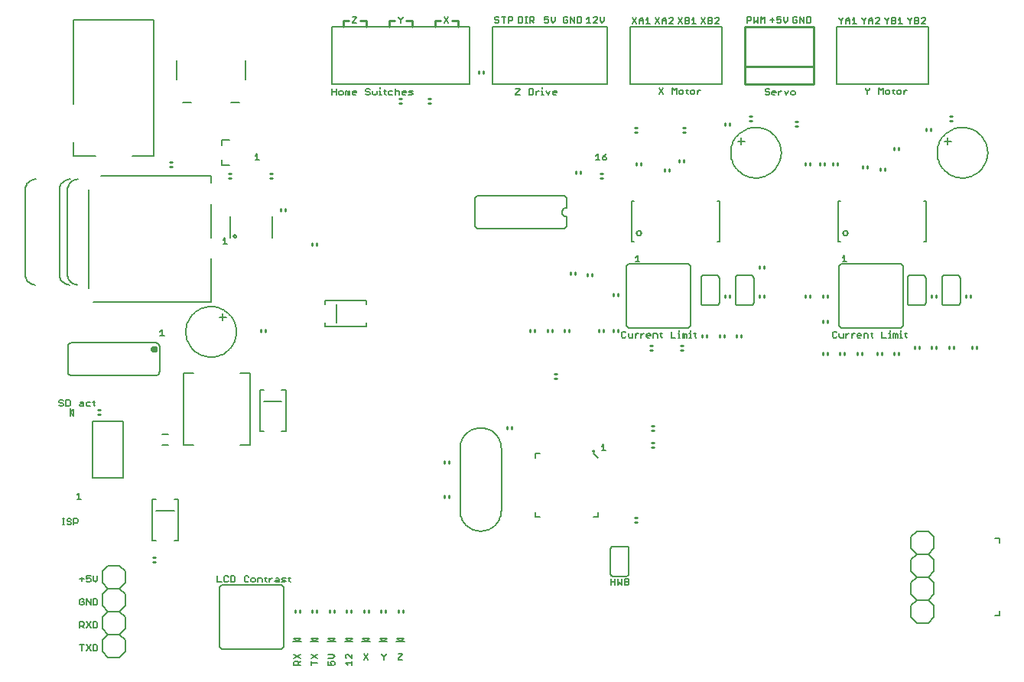
<source format=gto>
G75*
G70*
%OFA0B0*%
%FSLAX24Y24*%
%IPPOS*%
%LPD*%
%AMOC8*
5,1,8,0,0,1.08239X$1,22.5*
%
%ADD10C,0.0050*%
%ADD11C,0.0100*%
%ADD12C,0.0060*%
%ADD13C,0.0080*%
%ADD14C,0.0070*%
%ADD15C,0.0150*%
D10*
X002602Y001455D02*
X002602Y001725D01*
X002512Y001725D02*
X002692Y001725D01*
X002807Y001725D02*
X002987Y001455D01*
X003101Y001455D02*
X003236Y001455D01*
X003281Y001500D01*
X003281Y001680D01*
X003236Y001725D01*
X003101Y001725D01*
X003101Y001455D01*
X002987Y001725D02*
X002807Y001455D01*
X002807Y002455D02*
X002987Y002725D01*
X003101Y002725D02*
X003236Y002725D01*
X003281Y002680D01*
X003281Y002500D01*
X003236Y002455D01*
X003101Y002455D01*
X003101Y002725D01*
X002987Y002455D02*
X002807Y002725D01*
X002692Y002680D02*
X002692Y002590D01*
X002647Y002545D01*
X002512Y002545D01*
X002602Y002545D02*
X002692Y002455D01*
X002512Y002455D02*
X002512Y002725D01*
X002647Y002725D01*
X002692Y002680D01*
X002647Y003455D02*
X002692Y003500D01*
X002692Y003590D01*
X002602Y003590D01*
X002512Y003680D02*
X002512Y003500D01*
X002557Y003455D01*
X002647Y003455D01*
X002807Y003455D02*
X002807Y003725D01*
X002987Y003455D01*
X002987Y003725D01*
X003101Y003725D02*
X003236Y003725D01*
X003281Y003680D01*
X003281Y003500D01*
X003236Y003455D01*
X003101Y003455D01*
X003101Y003725D01*
X002692Y003680D02*
X002647Y003725D01*
X002557Y003725D01*
X002512Y003680D01*
X002852Y004455D02*
X002807Y004500D01*
X002852Y004455D02*
X002942Y004455D01*
X002987Y004500D01*
X002987Y004590D01*
X002942Y004635D01*
X002897Y004635D01*
X002807Y004590D01*
X002807Y004725D01*
X002987Y004725D01*
X003101Y004725D02*
X003101Y004545D01*
X003191Y004455D01*
X003281Y004545D01*
X003281Y004725D01*
X002692Y004590D02*
X002512Y004590D01*
X002602Y004680D02*
X002602Y004500D01*
X002253Y006955D02*
X002253Y007225D01*
X002388Y007225D01*
X002433Y007180D01*
X002433Y007090D01*
X002388Y007045D01*
X002253Y007045D01*
X002138Y007045D02*
X002138Y007000D01*
X002093Y006955D01*
X002003Y006955D01*
X001958Y007000D01*
X002003Y007090D02*
X002093Y007090D01*
X002138Y007045D01*
X002138Y007180D02*
X002093Y007225D01*
X002003Y007225D01*
X001958Y007180D01*
X001958Y007135D01*
X002003Y007090D01*
X001852Y006955D02*
X001762Y006955D01*
X001807Y006955D02*
X001807Y007225D01*
X001762Y007225D02*
X001852Y007225D01*
X002387Y008080D02*
X002567Y008080D01*
X002477Y008080D02*
X002477Y008350D01*
X002387Y008260D01*
X007050Y010424D02*
X007483Y010424D01*
X007050Y010424D02*
X007050Y013574D01*
X007483Y013574D01*
X009491Y013574D02*
X009924Y013574D01*
X009924Y010424D01*
X009491Y010424D01*
X003175Y012138D02*
X003130Y012183D01*
X003130Y012363D01*
X003085Y012318D02*
X003175Y012318D01*
X002971Y012318D02*
X002836Y012318D01*
X002790Y012273D01*
X002790Y012183D01*
X002836Y012138D01*
X002971Y012138D01*
X002676Y012138D02*
X002676Y012273D01*
X002631Y012318D01*
X002541Y012318D01*
X002541Y012228D02*
X002676Y012228D01*
X002676Y012138D02*
X002541Y012138D01*
X002496Y012183D01*
X002541Y012228D01*
X002087Y012183D02*
X002087Y012363D01*
X002042Y012408D01*
X001907Y012408D01*
X001907Y012138D01*
X002042Y012138D01*
X002087Y012183D01*
X001792Y012183D02*
X001747Y012138D01*
X001657Y012138D01*
X001612Y012183D01*
X001657Y012273D02*
X001747Y012273D01*
X001792Y012228D01*
X001792Y012183D01*
X001657Y012273D02*
X001612Y012318D01*
X001612Y012363D01*
X001657Y012408D01*
X001747Y012408D01*
X001792Y012363D01*
X006012Y015205D02*
X006192Y015205D01*
X006102Y015205D02*
X006102Y015475D01*
X006012Y015385D01*
X008221Y016668D02*
X008221Y018555D01*
X008762Y019205D02*
X008942Y019205D01*
X008852Y019205D02*
X008852Y019475D01*
X008762Y019385D01*
X008221Y019481D02*
X008221Y020930D01*
X008221Y021856D02*
X008221Y022180D01*
X003427Y022180D01*
X002906Y021573D02*
X002906Y017254D01*
X003089Y016668D02*
X008221Y016668D01*
X002410Y017417D02*
X002369Y017422D01*
X002328Y017431D01*
X002289Y017443D01*
X002250Y017459D01*
X002214Y017478D01*
X002179Y017500D01*
X002146Y017525D01*
X002115Y017552D01*
X002087Y017583D01*
X002062Y017616D01*
X002039Y017650D01*
X002020Y017687D01*
X002004Y017725D01*
X001992Y017764D01*
X001983Y017805D01*
X001977Y017846D01*
X001975Y017887D01*
X001977Y017928D01*
X001977Y021550D01*
X001623Y021550D02*
X001625Y021591D01*
X001630Y021632D01*
X001639Y021672D01*
X001651Y021711D01*
X001667Y021749D01*
X001686Y021786D01*
X001708Y021821D01*
X001733Y021853D01*
X001761Y021884D01*
X001792Y021912D01*
X001824Y021937D01*
X001859Y021959D01*
X001896Y021978D01*
X001934Y021994D01*
X001973Y022006D01*
X002013Y022015D01*
X002054Y022020D01*
X002095Y022022D01*
X002449Y022022D02*
X002408Y022020D01*
X002367Y022015D01*
X002327Y022006D01*
X002288Y021994D01*
X002250Y021978D01*
X002213Y021959D01*
X002178Y021937D01*
X002146Y021912D01*
X002115Y021884D01*
X002087Y021853D01*
X002062Y021821D01*
X002040Y021786D01*
X002021Y021749D01*
X002005Y021711D01*
X001993Y021672D01*
X001984Y021632D01*
X001979Y021591D01*
X001977Y021550D01*
X001623Y021550D02*
X001623Y017928D01*
X001621Y017887D01*
X001623Y017846D01*
X001629Y017805D01*
X001638Y017764D01*
X001650Y017725D01*
X001666Y017687D01*
X001685Y017650D01*
X001708Y017616D01*
X001733Y017583D01*
X001761Y017552D01*
X001792Y017525D01*
X001825Y017500D01*
X001860Y017478D01*
X001896Y017459D01*
X001935Y017443D01*
X001974Y017431D01*
X002015Y017422D01*
X002056Y017417D01*
X000560Y017417D02*
X000519Y017422D01*
X000478Y017431D01*
X000439Y017443D01*
X000400Y017459D01*
X000364Y017478D01*
X000329Y017500D01*
X000296Y017525D01*
X000265Y017552D01*
X000237Y017583D01*
X000212Y017616D01*
X000189Y017650D01*
X000170Y017687D01*
X000154Y017725D01*
X000142Y017764D01*
X000133Y017805D01*
X000127Y017846D01*
X000125Y017887D01*
X000127Y017928D01*
X000127Y021550D01*
X000129Y021591D01*
X000134Y021632D01*
X000143Y021672D01*
X000155Y021711D01*
X000171Y021749D01*
X000190Y021786D01*
X000212Y021821D01*
X000237Y021853D01*
X000265Y021884D01*
X000296Y021912D01*
X000328Y021937D01*
X000363Y021959D01*
X000400Y021978D01*
X000438Y021994D01*
X000477Y022006D01*
X000517Y022015D01*
X000558Y022020D01*
X000599Y022022D01*
X002237Y023030D02*
X003187Y023030D01*
X002237Y023030D02*
X002237Y023643D01*
X002237Y025318D02*
X002237Y028980D01*
X005737Y028980D01*
X005737Y023030D01*
X004787Y023030D01*
X010162Y023035D02*
X010252Y023125D01*
X010252Y022855D01*
X010162Y022855D02*
X010342Y022855D01*
X013512Y025705D02*
X013512Y025975D01*
X013512Y025840D02*
X013692Y025840D01*
X013807Y025840D02*
X013807Y025750D01*
X013852Y025705D01*
X013942Y025705D01*
X013987Y025750D01*
X013987Y025840D01*
X013942Y025885D01*
X013852Y025885D01*
X013807Y025840D01*
X013692Y025975D02*
X013692Y025705D01*
X014101Y025705D02*
X014101Y025885D01*
X014146Y025885D01*
X014191Y025840D01*
X014236Y025885D01*
X014281Y025840D01*
X014281Y025705D01*
X014191Y025705D02*
X014191Y025840D01*
X014396Y025840D02*
X014441Y025885D01*
X014531Y025885D01*
X014576Y025840D01*
X014576Y025795D01*
X014396Y025795D01*
X014396Y025750D02*
X014396Y025840D01*
X014396Y025750D02*
X014441Y025705D01*
X014531Y025705D01*
X014985Y025750D02*
X015030Y025705D01*
X015120Y025705D01*
X015165Y025750D01*
X015165Y025795D01*
X015120Y025840D01*
X015030Y025840D01*
X014985Y025885D01*
X014985Y025930D01*
X015030Y025975D01*
X015120Y025975D01*
X015165Y025930D01*
X015280Y025885D02*
X015280Y025750D01*
X015325Y025705D01*
X015370Y025750D01*
X015415Y025705D01*
X015460Y025750D01*
X015460Y025885D01*
X015574Y025885D02*
X015619Y025885D01*
X015619Y025705D01*
X015574Y025705D02*
X015665Y025705D01*
X015816Y025750D02*
X015861Y025705D01*
X015816Y025750D02*
X015816Y025930D01*
X015771Y025885D02*
X015861Y025885D01*
X015967Y025840D02*
X015967Y025750D01*
X016012Y025705D01*
X016147Y025705D01*
X016262Y025705D02*
X016262Y025975D01*
X016307Y025885D02*
X016397Y025885D01*
X016442Y025840D01*
X016442Y025705D01*
X016557Y025750D02*
X016557Y025840D01*
X016602Y025885D01*
X016692Y025885D01*
X016737Y025840D01*
X016737Y025795D01*
X016557Y025795D01*
X016557Y025750D02*
X016602Y025705D01*
X016692Y025705D01*
X016851Y025705D02*
X016986Y025705D01*
X017031Y025750D01*
X016986Y025795D01*
X016896Y025795D01*
X016851Y025840D01*
X016896Y025885D01*
X017031Y025885D01*
X016307Y025885D02*
X016262Y025840D01*
X016147Y025885D02*
X016012Y025885D01*
X015967Y025840D01*
X015619Y025975D02*
X015619Y026020D01*
X013487Y026180D02*
X019487Y026180D01*
X019487Y028680D01*
X013487Y028680D01*
X013487Y026180D01*
X014387Y028830D02*
X014567Y028830D01*
X014387Y028830D02*
X014387Y028875D01*
X014567Y029055D01*
X014567Y029100D01*
X014387Y029100D01*
X016418Y029100D02*
X016418Y029055D01*
X016508Y028965D01*
X016508Y028830D01*
X016508Y028965D02*
X016598Y029055D01*
X016598Y029100D01*
X018387Y029100D02*
X018567Y028830D01*
X018387Y028830D02*
X018567Y029100D01*
X020487Y028680D02*
X020487Y026180D01*
X025487Y026180D01*
X025487Y028680D01*
X020487Y028680D01*
X020651Y028830D02*
X020606Y028875D01*
X020651Y028830D02*
X020741Y028830D01*
X020786Y028875D01*
X020786Y028920D01*
X020741Y028965D01*
X020651Y028965D01*
X020606Y029010D01*
X020606Y029055D01*
X020651Y029100D01*
X020741Y029100D01*
X020786Y029055D01*
X020900Y029100D02*
X021080Y029100D01*
X020990Y029100D02*
X020990Y028830D01*
X021195Y028830D02*
X021195Y029100D01*
X021330Y029100D01*
X021375Y029055D01*
X021375Y028965D01*
X021330Y028920D01*
X021195Y028920D01*
X021637Y028830D02*
X021637Y029100D01*
X021772Y029100D01*
X021817Y029055D01*
X021817Y028875D01*
X021772Y028830D01*
X021637Y028830D01*
X021932Y028830D02*
X022022Y028830D01*
X021977Y028830D02*
X021977Y029100D01*
X021932Y029100D02*
X022022Y029100D01*
X022128Y029100D02*
X022263Y029100D01*
X022308Y029055D01*
X022308Y028965D01*
X022263Y028920D01*
X022128Y028920D01*
X022128Y028830D02*
X022128Y029100D01*
X022218Y028920D02*
X022308Y028830D01*
X022762Y028875D02*
X022807Y028830D01*
X022897Y028830D01*
X022942Y028875D01*
X022942Y028965D01*
X022897Y029010D01*
X022852Y029010D01*
X022762Y028965D01*
X022762Y029100D01*
X022942Y029100D01*
X023057Y029100D02*
X023057Y028920D01*
X023147Y028830D01*
X023237Y028920D01*
X023237Y029100D01*
X023606Y029055D02*
X023606Y028875D01*
X023651Y028830D01*
X023741Y028830D01*
X023786Y028875D01*
X023786Y028965D01*
X023696Y028965D01*
X023786Y029055D02*
X023741Y029100D01*
X023651Y029100D01*
X023606Y029055D01*
X023900Y029100D02*
X024080Y028830D01*
X024080Y029100D01*
X024195Y029100D02*
X024330Y029100D01*
X024375Y029055D01*
X024375Y028875D01*
X024330Y028830D01*
X024195Y028830D01*
X024195Y029100D01*
X023900Y029100D02*
X023900Y028830D01*
X024606Y028830D02*
X024786Y028830D01*
X024696Y028830D02*
X024696Y029100D01*
X024606Y029010D01*
X024900Y029055D02*
X024945Y029100D01*
X025035Y029100D01*
X025080Y029055D01*
X025080Y029010D01*
X024900Y028830D01*
X025080Y028830D01*
X025195Y028920D02*
X025285Y028830D01*
X025375Y028920D01*
X025375Y029100D01*
X025195Y029100D02*
X025195Y028920D01*
X026487Y028680D02*
X026487Y026180D01*
X030487Y026180D01*
X030487Y028680D01*
X026487Y028680D01*
X026606Y028799D02*
X026786Y029069D01*
X026900Y028979D02*
X026990Y029069D01*
X027080Y028979D01*
X027080Y028799D01*
X027195Y028799D02*
X027375Y028799D01*
X027285Y028799D02*
X027285Y029069D01*
X027195Y028979D01*
X027080Y028934D02*
X026900Y028934D01*
X026900Y028979D02*
X026900Y028799D01*
X026786Y028799D02*
X026606Y029069D01*
X027606Y029069D02*
X027786Y028799D01*
X027900Y028799D02*
X027900Y028979D01*
X027990Y029069D01*
X028080Y028979D01*
X028080Y028799D01*
X028195Y028799D02*
X028375Y028979D01*
X028375Y029024D01*
X028330Y029069D01*
X028240Y029069D01*
X028195Y029024D01*
X028080Y028934D02*
X027900Y028934D01*
X027786Y029069D02*
X027606Y028799D01*
X028195Y028799D02*
X028375Y028799D01*
X028606Y028799D02*
X028786Y029069D01*
X028900Y029069D02*
X029035Y029069D01*
X029080Y029024D01*
X029080Y028979D01*
X029035Y028934D01*
X028900Y028934D01*
X028900Y028799D02*
X028900Y029069D01*
X029035Y028934D02*
X029080Y028889D01*
X029080Y028844D01*
X029035Y028799D01*
X028900Y028799D01*
X028786Y028799D02*
X028606Y029069D01*
X029195Y028979D02*
X029285Y029069D01*
X029285Y028799D01*
X029195Y028799D02*
X029375Y028799D01*
X029606Y028799D02*
X029786Y029069D01*
X029900Y029069D02*
X029900Y028799D01*
X030035Y028799D01*
X030080Y028844D01*
X030080Y028889D01*
X030035Y028934D01*
X029900Y028934D01*
X029900Y029069D02*
X030035Y029069D01*
X030080Y029024D01*
X030080Y028979D01*
X030035Y028934D01*
X030195Y029024D02*
X030240Y029069D01*
X030330Y029069D01*
X030375Y029024D01*
X030375Y028979D01*
X030195Y028799D01*
X030375Y028799D01*
X029786Y028799D02*
X029606Y029069D01*
X031606Y029100D02*
X031606Y028830D01*
X031606Y028920D02*
X031741Y028920D01*
X031786Y028965D01*
X031786Y029055D01*
X031741Y029100D01*
X031606Y029100D01*
X031900Y029100D02*
X031900Y028830D01*
X031990Y028920D01*
X032080Y028830D01*
X032080Y029100D01*
X032195Y029100D02*
X032285Y029010D01*
X032375Y029100D01*
X032375Y028830D01*
X032195Y028830D02*
X032195Y029100D01*
X032606Y028965D02*
X032786Y028965D01*
X032900Y028965D02*
X032990Y029010D01*
X033035Y029010D01*
X033080Y028965D01*
X033080Y028875D01*
X033035Y028830D01*
X032945Y028830D01*
X032900Y028875D01*
X032900Y028965D02*
X032900Y029100D01*
X033080Y029100D01*
X033195Y029100D02*
X033195Y028920D01*
X033285Y028830D01*
X033375Y028920D01*
X033375Y029100D01*
X033606Y029055D02*
X033606Y028875D01*
X033651Y028830D01*
X033741Y028830D01*
X033786Y028875D01*
X033786Y028965D01*
X033696Y028965D01*
X033786Y029055D02*
X033741Y029100D01*
X033651Y029100D01*
X033606Y029055D01*
X033900Y029100D02*
X034080Y028830D01*
X034080Y029100D01*
X034195Y029100D02*
X034330Y029100D01*
X034375Y029055D01*
X034375Y028875D01*
X034330Y028830D01*
X034195Y028830D01*
X034195Y029100D01*
X033900Y029100D02*
X033900Y028830D01*
X032696Y028875D02*
X032696Y029055D01*
X035487Y028680D02*
X035487Y026180D01*
X039487Y026180D01*
X039487Y028680D01*
X035487Y028680D01*
X035696Y028799D02*
X035696Y028934D01*
X035786Y029024D01*
X035786Y029069D01*
X035900Y028979D02*
X035990Y029069D01*
X036080Y028979D01*
X036080Y028799D01*
X036195Y028799D02*
X036375Y028799D01*
X036285Y028799D02*
X036285Y029069D01*
X036195Y028979D01*
X036080Y028934D02*
X035900Y028934D01*
X035900Y028979D02*
X035900Y028799D01*
X035696Y028934D02*
X035606Y029024D01*
X035606Y029069D01*
X036606Y029069D02*
X036606Y029024D01*
X036696Y028934D01*
X036696Y028799D01*
X036696Y028934D02*
X036786Y029024D01*
X036786Y029069D01*
X036900Y028979D02*
X036900Y028799D01*
X036900Y028934D02*
X037080Y028934D01*
X037080Y028979D02*
X037080Y028799D01*
X037195Y028799D02*
X037375Y028979D01*
X037375Y029024D01*
X037330Y029069D01*
X037240Y029069D01*
X037195Y029024D01*
X037080Y028979D02*
X036990Y029069D01*
X036900Y028979D01*
X037195Y028799D02*
X037375Y028799D01*
X037696Y028799D02*
X037696Y028934D01*
X037786Y029024D01*
X037786Y029069D01*
X037900Y029069D02*
X037900Y028799D01*
X038035Y028799D01*
X038080Y028844D01*
X038080Y028889D01*
X038035Y028934D01*
X037900Y028934D01*
X037900Y029069D02*
X038035Y029069D01*
X038080Y029024D01*
X038080Y028979D01*
X038035Y028934D01*
X038195Y028979D02*
X038285Y029069D01*
X038285Y028799D01*
X038195Y028799D02*
X038375Y028799D01*
X038696Y028799D02*
X038696Y028934D01*
X038786Y029024D01*
X038786Y029069D01*
X038900Y029069D02*
X039035Y029069D01*
X039080Y029024D01*
X039080Y028979D01*
X039035Y028934D01*
X038900Y028934D01*
X038900Y028799D02*
X038900Y029069D01*
X039035Y028934D02*
X039080Y028889D01*
X039080Y028844D01*
X039035Y028799D01*
X038900Y028799D01*
X038696Y028934D02*
X038606Y029024D01*
X038606Y029069D01*
X039195Y029024D02*
X039240Y029069D01*
X039330Y029069D01*
X039375Y029024D01*
X039375Y028979D01*
X039195Y028799D01*
X039375Y028799D01*
X037696Y028934D02*
X037606Y029024D01*
X037606Y029069D01*
X037525Y025994D02*
X037525Y025724D01*
X037640Y025769D02*
X037685Y025724D01*
X037775Y025724D01*
X037820Y025769D01*
X037820Y025859D01*
X037775Y025904D01*
X037685Y025904D01*
X037640Y025859D01*
X037640Y025769D01*
X037435Y025904D02*
X037525Y025994D01*
X037435Y025904D02*
X037345Y025994D01*
X037345Y025724D01*
X036936Y025949D02*
X036936Y025994D01*
X036936Y025949D02*
X036846Y025859D01*
X036846Y025724D01*
X036846Y025859D02*
X036756Y025949D01*
X036756Y025994D01*
X037934Y025904D02*
X038024Y025904D01*
X037979Y025949D02*
X037979Y025769D01*
X038024Y025724D01*
X038131Y025769D02*
X038176Y025724D01*
X038266Y025724D01*
X038311Y025769D01*
X038311Y025859D01*
X038266Y025904D01*
X038176Y025904D01*
X038131Y025859D01*
X038131Y025769D01*
X038425Y025814D02*
X038515Y025904D01*
X038560Y025904D01*
X038425Y025904D02*
X038425Y025724D01*
X033697Y025750D02*
X033697Y025840D01*
X033651Y025885D01*
X033561Y025885D01*
X033516Y025840D01*
X033516Y025750D01*
X033561Y025705D01*
X033651Y025705D01*
X033697Y025750D01*
X033402Y025885D02*
X033312Y025705D01*
X033222Y025885D01*
X033111Y025885D02*
X033066Y025885D01*
X032976Y025795D01*
X032976Y025705D02*
X032976Y025885D01*
X032862Y025840D02*
X032862Y025795D01*
X032682Y025795D01*
X032682Y025750D02*
X032682Y025840D01*
X032727Y025885D01*
X032817Y025885D01*
X032862Y025840D01*
X032817Y025705D02*
X032727Y025705D01*
X032682Y025750D01*
X032567Y025750D02*
X032522Y025705D01*
X032432Y025705D01*
X032387Y025750D01*
X032432Y025840D02*
X032522Y025840D01*
X032567Y025795D01*
X032567Y025750D01*
X032432Y025840D02*
X032387Y025885D01*
X032387Y025930D01*
X032432Y025975D01*
X032522Y025975D01*
X032567Y025930D01*
X029560Y025904D02*
X029515Y025904D01*
X029425Y025814D01*
X029425Y025724D02*
X029425Y025904D01*
X029311Y025859D02*
X029266Y025904D01*
X029176Y025904D01*
X029131Y025859D01*
X029131Y025769D01*
X029176Y025724D01*
X029266Y025724D01*
X029311Y025769D01*
X029311Y025859D01*
X029024Y025904D02*
X028934Y025904D01*
X028979Y025949D02*
X028979Y025769D01*
X029024Y025724D01*
X028820Y025769D02*
X028820Y025859D01*
X028775Y025904D01*
X028685Y025904D01*
X028640Y025859D01*
X028640Y025769D01*
X028685Y025724D01*
X028775Y025724D01*
X028820Y025769D01*
X028525Y025724D02*
X028525Y025994D01*
X028435Y025904D01*
X028345Y025994D01*
X028345Y025724D01*
X027936Y025724D02*
X027756Y025994D01*
X027936Y025994D02*
X027756Y025724D01*
X025477Y023125D02*
X025387Y023080D01*
X025297Y022990D01*
X025432Y022990D01*
X025477Y022945D01*
X025477Y022900D01*
X025432Y022855D01*
X025342Y022855D01*
X025297Y022900D01*
X025297Y022990D01*
X025182Y022855D02*
X025002Y022855D01*
X025092Y022855D02*
X025092Y023125D01*
X025002Y023035D01*
X023587Y021294D02*
X019887Y021294D01*
X019864Y021292D01*
X019841Y021287D01*
X019819Y021278D01*
X019799Y021265D01*
X019781Y021250D01*
X019766Y021232D01*
X019753Y021212D01*
X019744Y021190D01*
X019739Y021167D01*
X019737Y021144D01*
X019737Y020029D01*
X019739Y020006D01*
X019744Y019983D01*
X019753Y019961D01*
X019766Y019941D01*
X019781Y019923D01*
X019799Y019908D01*
X019819Y019895D01*
X019841Y019886D01*
X019864Y019881D01*
X019887Y019879D01*
X023587Y019879D01*
X023610Y019881D01*
X023633Y019886D01*
X023655Y019895D01*
X023675Y019908D01*
X023693Y019923D01*
X023708Y019941D01*
X023721Y019961D01*
X023730Y019983D01*
X023735Y020006D01*
X023737Y020029D01*
X023737Y020386D01*
X023710Y020388D01*
X023683Y020393D01*
X023657Y020403D01*
X023633Y020415D01*
X023611Y020431D01*
X023591Y020449D01*
X023574Y020471D01*
X023559Y020494D01*
X023549Y020519D01*
X023541Y020545D01*
X023537Y020572D01*
X023537Y020600D01*
X023541Y020627D01*
X023549Y020653D01*
X023559Y020678D01*
X023574Y020701D01*
X023591Y020723D01*
X023611Y020741D01*
X023633Y020757D01*
X023657Y020769D01*
X023683Y020779D01*
X023710Y020784D01*
X023737Y020786D01*
X023737Y021144D01*
X023735Y021167D01*
X023730Y021190D01*
X023721Y021212D01*
X023708Y021232D01*
X023693Y021250D01*
X023675Y021265D01*
X023655Y021278D01*
X023633Y021287D01*
X023610Y021292D01*
X023587Y021294D01*
X026558Y021066D02*
X026676Y021066D01*
X026558Y021066D02*
X026558Y019294D01*
X026676Y019294D01*
X026783Y019680D02*
X026785Y019700D01*
X026791Y019719D01*
X026800Y019737D01*
X026813Y019752D01*
X026828Y019765D01*
X026846Y019774D01*
X026865Y019780D01*
X026885Y019782D01*
X026905Y019780D01*
X026924Y019774D01*
X026942Y019765D01*
X026957Y019752D01*
X026970Y019737D01*
X026979Y019719D01*
X026985Y019700D01*
X026987Y019680D01*
X026985Y019660D01*
X026979Y019641D01*
X026970Y019623D01*
X026957Y019608D01*
X026942Y019595D01*
X026924Y019586D01*
X026905Y019580D01*
X026885Y019578D01*
X026865Y019580D01*
X026846Y019586D01*
X026828Y019595D01*
X026813Y019608D01*
X026800Y019623D01*
X026791Y019641D01*
X026785Y019660D01*
X026783Y019680D01*
X026821Y018694D02*
X026821Y018424D01*
X026731Y018424D02*
X026911Y018424D01*
X026731Y018604D02*
X026821Y018694D01*
X030298Y019294D02*
X030416Y019294D01*
X030416Y021066D01*
X030298Y021066D01*
X035558Y021066D02*
X035558Y019294D01*
X035676Y019294D01*
X035783Y019680D02*
X035785Y019700D01*
X035791Y019719D01*
X035800Y019737D01*
X035813Y019752D01*
X035828Y019765D01*
X035846Y019774D01*
X035865Y019780D01*
X035885Y019782D01*
X035905Y019780D01*
X035924Y019774D01*
X035942Y019765D01*
X035957Y019752D01*
X035970Y019737D01*
X035979Y019719D01*
X035985Y019700D01*
X035987Y019680D01*
X035985Y019660D01*
X035979Y019641D01*
X035970Y019623D01*
X035957Y019608D01*
X035942Y019595D01*
X035924Y019586D01*
X035905Y019580D01*
X035885Y019578D01*
X035865Y019580D01*
X035846Y019586D01*
X035828Y019595D01*
X035813Y019608D01*
X035800Y019623D01*
X035791Y019641D01*
X035785Y019660D01*
X035783Y019680D01*
X035852Y018694D02*
X035852Y018424D01*
X035762Y018424D02*
X035942Y018424D01*
X035762Y018604D02*
X035852Y018694D01*
X035676Y021066D02*
X035558Y021066D01*
X039298Y021066D02*
X039416Y021066D01*
X039416Y019294D01*
X039298Y019294D01*
X038316Y015427D02*
X038316Y015381D01*
X038316Y015291D02*
X038316Y015111D01*
X038271Y015111D02*
X038361Y015111D01*
X038512Y015156D02*
X038557Y015111D01*
X038512Y015156D02*
X038512Y015336D01*
X038467Y015291D02*
X038557Y015291D01*
X038316Y015291D02*
X038271Y015291D01*
X038156Y015246D02*
X038156Y015111D01*
X038066Y015111D02*
X038066Y015246D01*
X038111Y015291D01*
X038156Y015246D01*
X038066Y015246D02*
X038021Y015291D01*
X037976Y015291D01*
X037976Y015111D01*
X037870Y015111D02*
X037780Y015111D01*
X037825Y015111D02*
X037825Y015291D01*
X037780Y015291D01*
X037825Y015381D02*
X037825Y015427D01*
X037485Y015381D02*
X037485Y015111D01*
X037665Y015111D01*
X037084Y015111D02*
X037039Y015156D01*
X037039Y015336D01*
X036994Y015291D02*
X037084Y015291D01*
X036880Y015246D02*
X036880Y015111D01*
X036880Y015246D02*
X036835Y015291D01*
X036699Y015291D01*
X036699Y015111D01*
X036585Y015201D02*
X036405Y015201D01*
X036405Y015156D02*
X036405Y015246D01*
X036450Y015291D01*
X036540Y015291D01*
X036585Y015246D01*
X036585Y015201D01*
X036540Y015111D02*
X036450Y015111D01*
X036405Y015156D01*
X036294Y015291D02*
X036249Y015291D01*
X036159Y015201D01*
X036159Y015111D02*
X036159Y015291D01*
X036049Y015291D02*
X036004Y015291D01*
X035914Y015201D01*
X035914Y015111D02*
X035914Y015291D01*
X035799Y015291D02*
X035799Y015111D01*
X035664Y015111D01*
X035619Y015156D01*
X035619Y015291D01*
X035505Y015336D02*
X035459Y015381D01*
X035369Y015381D01*
X035324Y015336D01*
X035324Y015156D01*
X035369Y015111D01*
X035459Y015111D01*
X035505Y015156D01*
X029370Y015111D02*
X029325Y015156D01*
X029325Y015336D01*
X029280Y015291D02*
X029370Y015291D01*
X029128Y015291D02*
X029128Y015111D01*
X029083Y015111D02*
X029173Y015111D01*
X029128Y015291D02*
X029083Y015291D01*
X029128Y015381D02*
X029128Y015427D01*
X028969Y015246D02*
X028969Y015111D01*
X028879Y015111D02*
X028879Y015246D01*
X028924Y015291D01*
X028969Y015246D01*
X028879Y015246D02*
X028834Y015291D01*
X028789Y015291D01*
X028789Y015111D01*
X028682Y015111D02*
X028592Y015111D01*
X028637Y015111D02*
X028637Y015291D01*
X028592Y015291D01*
X028637Y015381D02*
X028637Y015427D01*
X028298Y015381D02*
X028298Y015111D01*
X028478Y015111D01*
X027897Y015111D02*
X027852Y015156D01*
X027852Y015336D01*
X027807Y015291D02*
X027897Y015291D01*
X027692Y015246D02*
X027692Y015111D01*
X027692Y015246D02*
X027647Y015291D01*
X027512Y015291D01*
X027512Y015111D01*
X027397Y015201D02*
X027217Y015201D01*
X027217Y015156D02*
X027217Y015246D01*
X027262Y015291D01*
X027352Y015291D01*
X027397Y015246D01*
X027397Y015201D01*
X027352Y015111D02*
X027262Y015111D01*
X027217Y015156D01*
X027107Y015291D02*
X027062Y015291D01*
X026972Y015201D01*
X026972Y015111D02*
X026972Y015291D01*
X026861Y015291D02*
X026816Y015291D01*
X026726Y015201D01*
X026726Y015111D02*
X026726Y015291D01*
X026612Y015291D02*
X026612Y015111D01*
X026477Y015111D01*
X026432Y015156D01*
X026432Y015291D01*
X026317Y015336D02*
X026272Y015381D01*
X026182Y015381D01*
X026137Y015336D01*
X026137Y015156D01*
X026182Y015111D01*
X026272Y015111D01*
X026317Y015156D01*
X025352Y010475D02*
X025352Y010205D01*
X025262Y010205D02*
X025442Y010205D01*
X025262Y010385D02*
X025352Y010475D01*
X024886Y010176D02*
X024888Y010187D01*
X024893Y010197D01*
X024902Y010204D01*
X024912Y010208D01*
X024924Y010208D01*
X024934Y010204D01*
X024943Y010197D01*
X024948Y010187D01*
X024950Y010176D01*
X024948Y010165D01*
X024943Y010155D01*
X024934Y010148D01*
X024924Y010144D01*
X024912Y010144D01*
X024902Y010148D01*
X024893Y010155D01*
X024888Y010165D01*
X024886Y010176D01*
X024918Y010058D02*
X025115Y009861D01*
X022556Y010058D02*
X022359Y010058D01*
X022359Y009861D01*
X022359Y007499D02*
X022359Y007302D01*
X022556Y007302D01*
X024918Y007302D02*
X025115Y007302D01*
X025115Y007499D01*
X025668Y004600D02*
X025668Y004330D01*
X025668Y004465D02*
X025848Y004465D01*
X025848Y004600D02*
X025848Y004330D01*
X025963Y004330D02*
X026053Y004420D01*
X026143Y004330D01*
X026143Y004600D01*
X026257Y004600D02*
X026393Y004600D01*
X026438Y004555D01*
X026438Y004510D01*
X026393Y004465D01*
X026257Y004465D01*
X026257Y004330D02*
X026393Y004330D01*
X026438Y004375D01*
X026438Y004420D01*
X026393Y004465D01*
X026257Y004330D02*
X026257Y004600D01*
X025963Y004600D02*
X025963Y004330D01*
X016573Y001345D02*
X016573Y001300D01*
X016393Y001120D01*
X016393Y001075D01*
X016573Y001075D01*
X016573Y001345D02*
X016393Y001345D01*
X015855Y001345D02*
X015855Y001300D01*
X015764Y001210D01*
X015764Y001075D01*
X015764Y001210D02*
X015674Y001300D01*
X015674Y001345D01*
X015073Y001345D02*
X014893Y001075D01*
X015073Y001075D02*
X014893Y001345D01*
X014373Y001311D02*
X014373Y001131D01*
X014193Y001311D01*
X014148Y001311D01*
X014103Y001266D01*
X014103Y001176D01*
X014148Y001131D01*
X014103Y000926D02*
X014373Y000926D01*
X014373Y000836D02*
X014373Y001016D01*
X014193Y000836D02*
X014103Y000926D01*
X013623Y000881D02*
X013578Y000836D01*
X013623Y000881D02*
X013623Y000971D01*
X013578Y001016D01*
X013488Y001016D01*
X013443Y000971D01*
X013443Y000926D01*
X013488Y000836D01*
X013353Y000836D01*
X013353Y001016D01*
X013353Y001131D02*
X013533Y001131D01*
X013623Y001221D01*
X013533Y001311D01*
X013353Y001311D01*
X012873Y001311D02*
X012603Y001131D01*
X012603Y001016D02*
X012603Y000836D01*
X012603Y000926D02*
X012873Y000926D01*
X012873Y001131D02*
X012603Y001311D01*
X012123Y001311D02*
X011853Y001131D01*
X011898Y001016D02*
X011988Y001016D01*
X012033Y000971D01*
X012033Y000836D01*
X012123Y000836D02*
X011853Y000836D01*
X011853Y000971D01*
X011898Y001016D01*
X012033Y000926D02*
X012123Y001016D01*
X012123Y001131D02*
X011853Y001311D01*
X011696Y004455D02*
X011651Y004500D01*
X011651Y004680D01*
X011606Y004635D02*
X011696Y004635D01*
X011491Y004635D02*
X011356Y004635D01*
X011311Y004590D01*
X011356Y004545D01*
X011446Y004545D01*
X011491Y004500D01*
X011446Y004455D01*
X011311Y004455D01*
X011197Y004455D02*
X011197Y004590D01*
X011152Y004635D01*
X011061Y004635D01*
X011061Y004545D02*
X011197Y004545D01*
X011197Y004455D02*
X011061Y004455D01*
X011016Y004500D01*
X011061Y004545D01*
X010906Y004635D02*
X010861Y004635D01*
X010771Y004545D01*
X010771Y004455D02*
X010771Y004635D01*
X010665Y004635D02*
X010574Y004635D01*
X010619Y004680D02*
X010619Y004500D01*
X010665Y004455D01*
X010460Y004455D02*
X010460Y004590D01*
X010415Y004635D01*
X010280Y004635D01*
X010280Y004455D01*
X010165Y004500D02*
X010165Y004590D01*
X010120Y004635D01*
X010030Y004635D01*
X009985Y004590D01*
X009985Y004500D01*
X010030Y004455D01*
X010120Y004455D01*
X010165Y004500D01*
X009871Y004500D02*
X009826Y004455D01*
X009736Y004455D01*
X009690Y004500D01*
X009690Y004680D01*
X009736Y004725D01*
X009826Y004725D01*
X009871Y004680D01*
X009281Y004680D02*
X009236Y004725D01*
X009101Y004725D01*
X009101Y004455D01*
X009236Y004455D01*
X009281Y004500D01*
X009281Y004680D01*
X008987Y004680D02*
X008942Y004725D01*
X008852Y004725D01*
X008807Y004680D01*
X008807Y004500D01*
X008852Y004455D01*
X008942Y004455D01*
X008987Y004500D01*
X008692Y004455D02*
X008512Y004455D01*
X008512Y004725D01*
X021512Y025705D02*
X021692Y025705D01*
X021512Y025705D02*
X021512Y025750D01*
X021692Y025930D01*
X021692Y025975D01*
X021512Y025975D01*
X022101Y025975D02*
X022236Y025975D01*
X022281Y025930D01*
X022281Y025750D01*
X022236Y025705D01*
X022101Y025705D01*
X022101Y025975D01*
X022396Y025885D02*
X022396Y025705D01*
X022396Y025795D02*
X022486Y025885D01*
X022531Y025885D01*
X022641Y025885D02*
X022686Y025885D01*
X022686Y025705D01*
X022641Y025705D02*
X022731Y025705D01*
X022928Y025705D02*
X022838Y025885D01*
X022686Y025975D02*
X022686Y026020D01*
X023018Y025885D02*
X022928Y025705D01*
X023132Y025750D02*
X023132Y025840D01*
X023177Y025885D01*
X023268Y025885D01*
X023313Y025840D01*
X023313Y025795D01*
X023132Y025795D01*
X023132Y025750D02*
X023177Y025705D01*
X023268Y025705D01*
X042392Y006353D02*
X042589Y006353D01*
X042589Y006156D01*
X042589Y003204D02*
X042589Y003007D01*
X042392Y003007D01*
D11*
X027537Y010330D02*
X027437Y010330D01*
X027437Y010530D02*
X027537Y010530D01*
X027537Y011080D02*
X027437Y011080D01*
X027437Y011280D02*
X027537Y011280D01*
X023287Y013330D02*
X023187Y013330D01*
X023187Y013530D02*
X023287Y013530D01*
X023087Y015380D02*
X023087Y015480D01*
X022887Y015480D02*
X022887Y015380D01*
X023637Y015380D02*
X023637Y015480D01*
X023837Y015480D02*
X023837Y015380D01*
X025137Y015380D02*
X025137Y015480D01*
X025337Y015480D02*
X025337Y015380D01*
X025762Y015380D02*
X025762Y015480D01*
X025962Y015480D02*
X025962Y015380D01*
X027374Y014780D02*
X027474Y014780D01*
X027474Y014580D02*
X027374Y014580D01*
X028687Y014580D02*
X028787Y014580D01*
X028787Y014780D02*
X028687Y014780D01*
X029637Y015130D02*
X029637Y015230D01*
X029837Y015230D02*
X029837Y015130D01*
X030387Y015130D02*
X030387Y015230D01*
X030587Y015230D02*
X030587Y015130D01*
X031137Y015130D02*
X031137Y015230D01*
X031337Y015230D02*
X031337Y015130D01*
X030837Y016880D02*
X030837Y016980D01*
X030637Y016980D02*
X030637Y016880D01*
X032137Y016880D02*
X032137Y016980D01*
X032337Y016980D02*
X032337Y016880D01*
X032337Y018130D02*
X032337Y018230D01*
X032137Y018230D02*
X032137Y018130D01*
X034137Y016980D02*
X034137Y016880D01*
X034337Y016880D02*
X034337Y016980D01*
X034887Y016980D02*
X034887Y016880D01*
X035087Y016880D02*
X035087Y016980D01*
X035087Y015855D02*
X035087Y015755D01*
X034887Y015755D02*
X034887Y015855D01*
X034887Y014480D02*
X034887Y014380D01*
X035087Y014380D02*
X035087Y014480D01*
X035637Y014480D02*
X035637Y014380D01*
X035837Y014380D02*
X035837Y014480D01*
X036387Y014480D02*
X036387Y014380D01*
X036587Y014380D02*
X036587Y014480D01*
X037262Y014480D02*
X037262Y014380D01*
X037462Y014380D02*
X037462Y014480D01*
X038012Y014480D02*
X038012Y014380D01*
X038212Y014380D02*
X038212Y014480D01*
X038887Y014630D02*
X038887Y014730D01*
X039087Y014730D02*
X039087Y014630D01*
X039637Y014630D02*
X039637Y014730D01*
X039837Y014730D02*
X039837Y014630D01*
X040387Y014630D02*
X040387Y014730D01*
X040587Y014730D02*
X040587Y014630D01*
X041387Y014630D02*
X041387Y014730D01*
X041587Y014730D02*
X041587Y014630D01*
X041337Y016880D02*
X041337Y016980D01*
X041137Y016980D02*
X041137Y016880D01*
X039837Y016880D02*
X039837Y016980D01*
X039637Y016980D02*
X039637Y016880D01*
X037587Y022411D02*
X037587Y022511D01*
X037387Y022511D02*
X037387Y022411D01*
X036837Y022505D02*
X036837Y022605D01*
X036637Y022605D02*
X036637Y022505D01*
X035524Y022630D02*
X035524Y022730D01*
X035324Y022730D02*
X035324Y022630D01*
X034962Y022630D02*
X034962Y022730D01*
X034762Y022730D02*
X034762Y022630D01*
X034337Y022630D02*
X034337Y022730D01*
X034137Y022730D02*
X034137Y022630D01*
X033787Y024330D02*
X033687Y024330D01*
X033687Y024530D02*
X033787Y024530D01*
X031787Y024580D02*
X031687Y024580D01*
X031687Y024780D02*
X031787Y024780D01*
X030837Y024480D02*
X030837Y024380D01*
X030637Y024380D02*
X030637Y024480D01*
X028912Y024280D02*
X028812Y024280D01*
X028812Y024080D02*
X028912Y024080D01*
X028837Y022855D02*
X028837Y022755D01*
X028637Y022755D02*
X028637Y022855D01*
X028212Y022480D02*
X028212Y022380D01*
X028012Y022380D02*
X028012Y022480D01*
X026962Y022630D02*
X026962Y022730D01*
X026762Y022730D02*
X026762Y022630D01*
X025287Y022280D02*
X025187Y022280D01*
X025187Y022080D02*
X025287Y022080D01*
X024337Y022255D02*
X024337Y022355D01*
X024137Y022355D02*
X024137Y022255D01*
X026687Y024080D02*
X026787Y024080D01*
X026787Y024280D02*
X026687Y024280D01*
X031487Y026180D02*
X031487Y026930D01*
X034487Y026930D01*
X034487Y026180D01*
X031487Y026180D01*
X031487Y026930D02*
X031487Y028680D01*
X034487Y028680D01*
X034487Y026930D01*
X039387Y024230D02*
X039387Y024130D01*
X039587Y024130D02*
X039587Y024230D01*
X040437Y024580D02*
X040537Y024580D01*
X040537Y024780D02*
X040437Y024780D01*
X038212Y023418D02*
X038212Y023318D01*
X038012Y023318D02*
X038012Y023418D01*
X025962Y017043D02*
X025962Y016943D01*
X025762Y016943D02*
X025762Y017043D01*
X024837Y017818D02*
X024837Y017918D01*
X024637Y017918D02*
X024637Y017818D01*
X024087Y017880D02*
X024087Y017980D01*
X023887Y017980D02*
X023887Y017880D01*
X022337Y015480D02*
X022337Y015380D01*
X022137Y015380D02*
X022137Y015480D01*
X021337Y011230D02*
X021337Y011130D01*
X021137Y011130D02*
X021137Y011230D01*
X018587Y009730D02*
X018587Y009630D01*
X018387Y009630D02*
X018387Y009730D01*
X018387Y008230D02*
X018387Y008130D01*
X018587Y008130D02*
X018587Y008230D01*
X016587Y003230D02*
X016587Y003130D01*
X016387Y003130D02*
X016387Y003230D01*
X015837Y003230D02*
X015837Y003130D01*
X015637Y003130D02*
X015637Y003230D01*
X015087Y003230D02*
X015087Y003130D01*
X014887Y003130D02*
X014887Y003230D01*
X014337Y003230D02*
X014337Y003130D01*
X014137Y003130D02*
X014137Y003230D01*
X013587Y003230D02*
X013587Y003130D01*
X013387Y003130D02*
X013387Y003230D01*
X012837Y003230D02*
X012837Y003130D01*
X012637Y003130D02*
X012637Y003230D01*
X012087Y003230D02*
X012087Y003130D01*
X011887Y003130D02*
X011887Y003230D01*
X005787Y005330D02*
X005687Y005330D01*
X005687Y005530D02*
X005787Y005530D01*
X003412Y011768D02*
X003312Y011768D01*
X003312Y011968D02*
X003412Y011968D01*
X010387Y015380D02*
X010387Y015480D01*
X010587Y015480D02*
X010587Y015380D01*
X012637Y019130D02*
X012637Y019230D01*
X012837Y019230D02*
X012837Y019130D01*
X011462Y020630D02*
X011462Y020730D01*
X011262Y020730D02*
X011262Y020630D01*
X010912Y022080D02*
X010812Y022080D01*
X010812Y022280D02*
X010912Y022280D01*
X009099Y022280D02*
X008999Y022280D01*
X008999Y022080D02*
X009099Y022080D01*
X006537Y022580D02*
X006437Y022580D01*
X006437Y022780D02*
X006537Y022780D01*
X013987Y028680D02*
X013987Y028930D01*
X014237Y028930D01*
X014737Y028930D02*
X014987Y028930D01*
X014987Y028680D01*
X015987Y028680D02*
X015987Y028930D01*
X016237Y028930D01*
X016737Y028930D02*
X016987Y028930D01*
X016987Y028680D01*
X017987Y028680D02*
X017987Y028930D01*
X018237Y028930D01*
X018737Y028930D02*
X018987Y028930D01*
X018987Y028680D01*
X019887Y026730D02*
X019887Y026630D01*
X020087Y026630D02*
X020087Y026730D01*
X017787Y025530D02*
X017687Y025530D01*
X017687Y025330D02*
X017787Y025330D01*
X016537Y025330D02*
X016437Y025330D01*
X016437Y025530D02*
X016537Y025530D01*
X026687Y007280D02*
X026787Y007280D01*
X026787Y007080D02*
X026687Y007080D01*
D12*
X026349Y006018D02*
X025749Y006018D01*
X025732Y006016D01*
X025715Y006012D01*
X025699Y006005D01*
X025685Y005995D01*
X025672Y005982D01*
X025662Y005968D01*
X025655Y005952D01*
X025651Y005935D01*
X025649Y005918D01*
X025649Y004818D01*
X025651Y004801D01*
X025655Y004784D01*
X025662Y004768D01*
X025672Y004754D01*
X025685Y004741D01*
X025699Y004731D01*
X025715Y004724D01*
X025732Y004720D01*
X025749Y004718D01*
X026349Y004718D01*
X026366Y004720D01*
X026383Y004724D01*
X026399Y004731D01*
X026413Y004741D01*
X026426Y004754D01*
X026436Y004768D01*
X026443Y004784D01*
X026447Y004801D01*
X026449Y004818D01*
X026449Y005918D01*
X026447Y005935D01*
X026443Y005952D01*
X026436Y005968D01*
X026426Y005982D01*
X026413Y005995D01*
X026399Y006005D01*
X026383Y006012D01*
X026366Y006016D01*
X026349Y006018D01*
X038737Y005930D02*
X038987Y005680D01*
X039487Y005680D01*
X039737Y005930D01*
X039737Y006430D01*
X039487Y006680D01*
X038987Y006680D01*
X038737Y006430D01*
X038737Y005930D01*
X038987Y005680D02*
X038737Y005430D01*
X038737Y004930D01*
X038987Y004680D01*
X039487Y004680D01*
X039737Y004430D01*
X039737Y003930D01*
X039487Y003680D01*
X039737Y003430D01*
X039737Y002930D01*
X039487Y002680D01*
X038987Y002680D01*
X038737Y002930D01*
X038737Y003430D01*
X038987Y003680D01*
X038737Y003930D01*
X038737Y004430D01*
X038987Y004680D01*
X039487Y004680D02*
X039737Y004930D01*
X039737Y005430D01*
X039487Y005680D01*
X039487Y003680D02*
X038987Y003680D01*
X038287Y015530D02*
X035687Y015530D01*
X035587Y015630D01*
X035587Y018230D01*
X035687Y018330D01*
X038287Y018330D01*
X038387Y018230D01*
X038387Y015630D01*
X038287Y015530D01*
X038687Y016530D02*
X039287Y016530D01*
X039304Y016532D01*
X039321Y016536D01*
X039337Y016543D01*
X039351Y016553D01*
X039364Y016566D01*
X039374Y016580D01*
X039381Y016596D01*
X039385Y016613D01*
X039387Y016630D01*
X039387Y017730D01*
X039385Y017747D01*
X039381Y017764D01*
X039374Y017780D01*
X039364Y017794D01*
X039351Y017807D01*
X039337Y017817D01*
X039321Y017824D01*
X039304Y017828D01*
X039287Y017830D01*
X038687Y017830D01*
X038670Y017828D01*
X038653Y017824D01*
X038637Y017817D01*
X038623Y017807D01*
X038610Y017794D01*
X038600Y017780D01*
X038593Y017764D01*
X038589Y017747D01*
X038587Y017730D01*
X038587Y016630D01*
X038589Y016613D01*
X038593Y016596D01*
X038600Y016580D01*
X038610Y016566D01*
X038623Y016553D01*
X038637Y016543D01*
X038653Y016536D01*
X038670Y016532D01*
X038687Y016530D01*
X040087Y016630D02*
X040087Y017730D01*
X040089Y017747D01*
X040093Y017764D01*
X040100Y017780D01*
X040110Y017794D01*
X040123Y017807D01*
X040137Y017817D01*
X040153Y017824D01*
X040170Y017828D01*
X040187Y017830D01*
X040787Y017830D01*
X040804Y017828D01*
X040821Y017824D01*
X040837Y017817D01*
X040851Y017807D01*
X040864Y017794D01*
X040874Y017780D01*
X040881Y017764D01*
X040885Y017747D01*
X040887Y017730D01*
X040887Y016630D01*
X040885Y016613D01*
X040881Y016596D01*
X040874Y016580D01*
X040864Y016566D01*
X040851Y016553D01*
X040837Y016543D01*
X040821Y016536D01*
X040804Y016532D01*
X040787Y016530D01*
X040187Y016530D01*
X040170Y016532D01*
X040153Y016536D01*
X040137Y016543D01*
X040123Y016553D01*
X040110Y016566D01*
X040100Y016580D01*
X040093Y016596D01*
X040089Y016613D01*
X040087Y016630D01*
X031887Y016630D02*
X031887Y017730D01*
X031885Y017747D01*
X031881Y017764D01*
X031874Y017780D01*
X031864Y017794D01*
X031851Y017807D01*
X031837Y017817D01*
X031821Y017824D01*
X031804Y017828D01*
X031787Y017830D01*
X031187Y017830D01*
X031170Y017828D01*
X031153Y017824D01*
X031137Y017817D01*
X031123Y017807D01*
X031110Y017794D01*
X031100Y017780D01*
X031093Y017764D01*
X031089Y017747D01*
X031087Y017730D01*
X031087Y016630D01*
X031089Y016613D01*
X031093Y016596D01*
X031100Y016580D01*
X031110Y016566D01*
X031123Y016553D01*
X031137Y016543D01*
X031153Y016536D01*
X031170Y016532D01*
X031187Y016530D01*
X031787Y016530D01*
X031804Y016532D01*
X031821Y016536D01*
X031837Y016543D01*
X031851Y016553D01*
X031864Y016566D01*
X031874Y016580D01*
X031881Y016596D01*
X031885Y016613D01*
X031887Y016630D01*
X030387Y016630D02*
X030387Y017730D01*
X030385Y017747D01*
X030381Y017764D01*
X030374Y017780D01*
X030364Y017794D01*
X030351Y017807D01*
X030337Y017817D01*
X030321Y017824D01*
X030304Y017828D01*
X030287Y017830D01*
X029687Y017830D01*
X029670Y017828D01*
X029653Y017824D01*
X029637Y017817D01*
X029623Y017807D01*
X029610Y017794D01*
X029600Y017780D01*
X029593Y017764D01*
X029589Y017747D01*
X029587Y017730D01*
X029587Y016630D01*
X029589Y016613D01*
X029593Y016596D01*
X029600Y016580D01*
X029610Y016566D01*
X029623Y016553D01*
X029637Y016543D01*
X029653Y016536D01*
X029670Y016532D01*
X029687Y016530D01*
X030287Y016530D01*
X030304Y016532D01*
X030321Y016536D01*
X030337Y016543D01*
X030351Y016553D01*
X030364Y016566D01*
X030374Y016580D01*
X030381Y016596D01*
X030385Y016613D01*
X030387Y016630D01*
X029137Y015630D02*
X029137Y018230D01*
X029037Y018330D01*
X026437Y018330D01*
X026337Y018230D01*
X026337Y015630D01*
X026437Y015530D01*
X029037Y015530D01*
X029137Y015630D01*
X030887Y023180D02*
X030889Y023246D01*
X030895Y023311D01*
X030905Y023376D01*
X030918Y023441D01*
X030936Y023504D01*
X030957Y023567D01*
X030982Y023627D01*
X031011Y023687D01*
X031043Y023744D01*
X031078Y023800D01*
X031117Y023853D01*
X031159Y023904D01*
X031203Y023952D01*
X031251Y023997D01*
X031301Y024040D01*
X031354Y024079D01*
X031409Y024116D01*
X031466Y024149D01*
X031525Y024178D01*
X031585Y024204D01*
X031647Y024226D01*
X031710Y024245D01*
X031774Y024259D01*
X031839Y024270D01*
X031905Y024277D01*
X031971Y024280D01*
X032036Y024279D01*
X032102Y024274D01*
X032167Y024265D01*
X032232Y024252D01*
X032295Y024236D01*
X032358Y024216D01*
X032419Y024191D01*
X032479Y024164D01*
X032537Y024133D01*
X032593Y024098D01*
X032647Y024060D01*
X032698Y024019D01*
X032747Y023975D01*
X032793Y023928D01*
X032837Y023879D01*
X032877Y023827D01*
X032914Y023772D01*
X032948Y023716D01*
X032978Y023657D01*
X033005Y023597D01*
X033028Y023536D01*
X033047Y023473D01*
X033063Y023409D01*
X033075Y023344D01*
X033083Y023279D01*
X033087Y023213D01*
X033087Y023147D01*
X033083Y023081D01*
X033075Y023016D01*
X033063Y022951D01*
X033047Y022887D01*
X033028Y022824D01*
X033005Y022763D01*
X032978Y022703D01*
X032948Y022644D01*
X032914Y022588D01*
X032877Y022533D01*
X032837Y022481D01*
X032793Y022432D01*
X032747Y022385D01*
X032698Y022341D01*
X032647Y022300D01*
X032593Y022262D01*
X032537Y022227D01*
X032479Y022196D01*
X032419Y022169D01*
X032358Y022144D01*
X032295Y022124D01*
X032232Y022108D01*
X032167Y022095D01*
X032102Y022086D01*
X032036Y022081D01*
X031971Y022080D01*
X031905Y022083D01*
X031839Y022090D01*
X031774Y022101D01*
X031710Y022115D01*
X031647Y022134D01*
X031585Y022156D01*
X031525Y022182D01*
X031466Y022211D01*
X031409Y022244D01*
X031354Y022281D01*
X031301Y022320D01*
X031251Y022363D01*
X031203Y022408D01*
X031159Y022456D01*
X031117Y022507D01*
X031078Y022560D01*
X031043Y022616D01*
X031011Y022673D01*
X030982Y022733D01*
X030957Y022793D01*
X030936Y022856D01*
X030918Y022919D01*
X030905Y022984D01*
X030895Y023049D01*
X030889Y023114D01*
X030887Y023180D01*
X031337Y023530D02*
X031337Y023680D01*
X031337Y023830D01*
X031337Y023680D02*
X031487Y023680D01*
X031337Y023680D02*
X031187Y023680D01*
X040187Y023680D02*
X040337Y023680D01*
X040337Y023830D01*
X040337Y023680D02*
X040487Y023680D01*
X040337Y023680D02*
X040337Y023530D01*
X039887Y023180D02*
X039889Y023246D01*
X039895Y023311D01*
X039905Y023376D01*
X039918Y023441D01*
X039936Y023504D01*
X039957Y023567D01*
X039982Y023627D01*
X040011Y023687D01*
X040043Y023744D01*
X040078Y023800D01*
X040117Y023853D01*
X040159Y023904D01*
X040203Y023952D01*
X040251Y023997D01*
X040301Y024040D01*
X040354Y024079D01*
X040409Y024116D01*
X040466Y024149D01*
X040525Y024178D01*
X040585Y024204D01*
X040647Y024226D01*
X040710Y024245D01*
X040774Y024259D01*
X040839Y024270D01*
X040905Y024277D01*
X040971Y024280D01*
X041036Y024279D01*
X041102Y024274D01*
X041167Y024265D01*
X041232Y024252D01*
X041295Y024236D01*
X041358Y024216D01*
X041419Y024191D01*
X041479Y024164D01*
X041537Y024133D01*
X041593Y024098D01*
X041647Y024060D01*
X041698Y024019D01*
X041747Y023975D01*
X041793Y023928D01*
X041837Y023879D01*
X041877Y023827D01*
X041914Y023772D01*
X041948Y023716D01*
X041978Y023657D01*
X042005Y023597D01*
X042028Y023536D01*
X042047Y023473D01*
X042063Y023409D01*
X042075Y023344D01*
X042083Y023279D01*
X042087Y023213D01*
X042087Y023147D01*
X042083Y023081D01*
X042075Y023016D01*
X042063Y022951D01*
X042047Y022887D01*
X042028Y022824D01*
X042005Y022763D01*
X041978Y022703D01*
X041948Y022644D01*
X041914Y022588D01*
X041877Y022533D01*
X041837Y022481D01*
X041793Y022432D01*
X041747Y022385D01*
X041698Y022341D01*
X041647Y022300D01*
X041593Y022262D01*
X041537Y022227D01*
X041479Y022196D01*
X041419Y022169D01*
X041358Y022144D01*
X041295Y022124D01*
X041232Y022108D01*
X041167Y022095D01*
X041102Y022086D01*
X041036Y022081D01*
X040971Y022080D01*
X040905Y022083D01*
X040839Y022090D01*
X040774Y022101D01*
X040710Y022115D01*
X040647Y022134D01*
X040585Y022156D01*
X040525Y022182D01*
X040466Y022211D01*
X040409Y022244D01*
X040354Y022281D01*
X040301Y022320D01*
X040251Y022363D01*
X040203Y022408D01*
X040159Y022456D01*
X040117Y022507D01*
X040078Y022560D01*
X040043Y022616D01*
X040011Y022673D01*
X039982Y022733D01*
X039957Y022793D01*
X039936Y022856D01*
X039918Y022919D01*
X039905Y022984D01*
X039895Y023049D01*
X039889Y023114D01*
X039887Y023180D01*
X010917Y020390D02*
X010917Y019470D01*
X009057Y019470D02*
X009057Y020390D01*
X008737Y016168D02*
X008737Y016018D01*
X008887Y016018D01*
X008737Y016018D02*
X008737Y015868D01*
X008737Y016018D02*
X008587Y016018D01*
X007137Y015368D02*
X007139Y015434D01*
X007145Y015499D01*
X007155Y015564D01*
X007168Y015629D01*
X007186Y015692D01*
X007207Y015755D01*
X007232Y015815D01*
X007261Y015875D01*
X007293Y015932D01*
X007328Y015988D01*
X007367Y016041D01*
X007409Y016092D01*
X007453Y016140D01*
X007501Y016185D01*
X007551Y016228D01*
X007604Y016267D01*
X007659Y016304D01*
X007716Y016337D01*
X007775Y016366D01*
X007835Y016392D01*
X007897Y016414D01*
X007960Y016433D01*
X008024Y016447D01*
X008089Y016458D01*
X008155Y016465D01*
X008221Y016468D01*
X008286Y016467D01*
X008352Y016462D01*
X008417Y016453D01*
X008482Y016440D01*
X008545Y016424D01*
X008608Y016404D01*
X008669Y016379D01*
X008729Y016352D01*
X008787Y016321D01*
X008843Y016286D01*
X008897Y016248D01*
X008948Y016207D01*
X008997Y016163D01*
X009043Y016116D01*
X009087Y016067D01*
X009127Y016015D01*
X009164Y015960D01*
X009198Y015904D01*
X009228Y015845D01*
X009255Y015785D01*
X009278Y015724D01*
X009297Y015661D01*
X009313Y015597D01*
X009325Y015532D01*
X009333Y015467D01*
X009337Y015401D01*
X009337Y015335D01*
X009333Y015269D01*
X009325Y015204D01*
X009313Y015139D01*
X009297Y015075D01*
X009278Y015012D01*
X009255Y014951D01*
X009228Y014891D01*
X009198Y014832D01*
X009164Y014776D01*
X009127Y014721D01*
X009087Y014669D01*
X009043Y014620D01*
X008997Y014573D01*
X008948Y014529D01*
X008897Y014488D01*
X008843Y014450D01*
X008787Y014415D01*
X008729Y014384D01*
X008669Y014357D01*
X008608Y014332D01*
X008545Y014312D01*
X008482Y014296D01*
X008417Y014283D01*
X008352Y014274D01*
X008286Y014269D01*
X008221Y014268D01*
X008155Y014271D01*
X008089Y014278D01*
X008024Y014289D01*
X007960Y014303D01*
X007897Y014322D01*
X007835Y014344D01*
X007775Y014370D01*
X007716Y014399D01*
X007659Y014432D01*
X007604Y014469D01*
X007551Y014508D01*
X007501Y014551D01*
X007453Y014596D01*
X007409Y014644D01*
X007367Y014695D01*
X007328Y014748D01*
X007293Y014804D01*
X007261Y014861D01*
X007232Y014921D01*
X007207Y014981D01*
X007186Y015044D01*
X007168Y015107D01*
X007155Y015172D01*
X007145Y015237D01*
X007139Y015302D01*
X007137Y015368D01*
X005987Y014738D02*
X005987Y013622D01*
X005985Y013599D01*
X005980Y013576D01*
X005971Y013554D01*
X005958Y013534D01*
X005943Y013516D01*
X005925Y013501D01*
X005905Y013488D01*
X005883Y013479D01*
X005860Y013474D01*
X005837Y013472D01*
X002137Y013473D01*
X002114Y013475D01*
X002091Y013480D01*
X002069Y013489D01*
X002049Y013502D01*
X002031Y013517D01*
X002016Y013535D01*
X002003Y013555D01*
X001994Y013577D01*
X001989Y013600D01*
X001987Y013623D01*
X001987Y014738D01*
X001989Y014761D01*
X001994Y014784D01*
X002003Y014806D01*
X002016Y014826D01*
X002031Y014844D01*
X002049Y014859D01*
X002069Y014872D01*
X002091Y014881D01*
X002114Y014886D01*
X002137Y014888D01*
X005837Y014888D01*
X005860Y014886D01*
X005883Y014881D01*
X005905Y014872D01*
X005925Y014859D01*
X005943Y014844D01*
X005958Y014826D01*
X005971Y014806D01*
X005980Y014784D01*
X005985Y014761D01*
X005987Y014738D01*
X004418Y011472D02*
X003055Y011472D01*
X003055Y009013D01*
X004418Y009013D01*
X004418Y011472D01*
X006119Y010916D02*
X006355Y010916D01*
X006355Y010444D02*
X006119Y010444D01*
X004237Y005180D02*
X003737Y005180D01*
X003487Y004930D01*
X003487Y004430D01*
X003737Y004180D01*
X003487Y003930D01*
X003487Y003430D01*
X003737Y003180D01*
X004237Y003180D01*
X004487Y003430D01*
X004487Y003930D01*
X004237Y004180D01*
X003737Y004180D01*
X004237Y004180D02*
X004487Y004430D01*
X004487Y004930D01*
X004237Y005180D01*
X004237Y003180D02*
X004487Y002930D01*
X004487Y002430D01*
X004237Y002180D01*
X004487Y001930D01*
X004487Y001430D01*
X004237Y001180D01*
X003737Y001180D01*
X003487Y001430D01*
X003487Y001930D01*
X003737Y002180D01*
X003487Y002430D01*
X003487Y002930D01*
X003737Y003180D01*
X003737Y002180D02*
X004237Y002180D01*
X008587Y001630D02*
X008587Y004230D01*
X008687Y004330D01*
X011287Y004330D01*
X011387Y004230D01*
X011387Y001630D01*
X011287Y001530D01*
X008687Y001530D01*
X008587Y001630D01*
D13*
X006808Y006274D02*
X006631Y006274D01*
X006808Y006274D02*
X006808Y008086D01*
X006631Y008086D01*
X006631Y007574D02*
X005843Y007574D01*
X005843Y008086D02*
X005666Y008086D01*
X005666Y006274D01*
X005843Y006274D01*
X010354Y011024D02*
X010354Y012836D01*
X010531Y012836D01*
X010531Y012324D02*
X011318Y012324D01*
X011318Y012836D02*
X011495Y012836D01*
X011495Y011024D01*
X011318Y011024D01*
X010531Y011024D02*
X010354Y011024D01*
X013206Y015609D02*
X013206Y015786D01*
X013206Y015609D02*
X015017Y015609D01*
X015017Y015786D01*
X015017Y016574D02*
X015017Y016751D01*
X013206Y016751D01*
X013206Y016574D01*
X013718Y016574D02*
X013718Y015786D01*
X009220Y019540D02*
X009222Y019555D01*
X009228Y019568D01*
X009237Y019580D01*
X009248Y019589D01*
X009262Y019595D01*
X009277Y019597D01*
X009292Y019595D01*
X009305Y019589D01*
X009317Y019580D01*
X009326Y019569D01*
X009332Y019555D01*
X009334Y019540D01*
X009332Y019525D01*
X009326Y019512D01*
X009317Y019500D01*
X009306Y019491D01*
X009292Y019485D01*
X009277Y019483D01*
X009262Y019485D01*
X009249Y019491D01*
X009237Y019500D01*
X009228Y019511D01*
X009222Y019525D01*
X009220Y019540D01*
X009026Y022629D02*
X008711Y022629D01*
X008711Y022865D01*
X008711Y023495D02*
X008711Y023731D01*
X009026Y023731D01*
X009103Y025381D02*
X009457Y025381D01*
X009733Y026365D02*
X009733Y027192D01*
X006741Y027192D02*
X006741Y026365D01*
X007016Y025381D02*
X007371Y025381D01*
X019087Y010280D02*
X019087Y007580D01*
X019089Y007521D01*
X019095Y007463D01*
X019104Y007404D01*
X019118Y007347D01*
X019135Y007291D01*
X019156Y007236D01*
X019180Y007182D01*
X019208Y007130D01*
X019239Y007080D01*
X019273Y007032D01*
X019310Y006987D01*
X019351Y006944D01*
X019394Y006903D01*
X019439Y006866D01*
X019487Y006832D01*
X019537Y006801D01*
X019589Y006773D01*
X019643Y006749D01*
X019698Y006728D01*
X019754Y006711D01*
X019811Y006697D01*
X019870Y006688D01*
X019928Y006682D01*
X019987Y006680D01*
X020046Y006682D01*
X020104Y006688D01*
X020163Y006697D01*
X020220Y006711D01*
X020276Y006728D01*
X020331Y006749D01*
X020385Y006773D01*
X020437Y006801D01*
X020487Y006832D01*
X020535Y006866D01*
X020580Y006903D01*
X020623Y006944D01*
X020664Y006987D01*
X020701Y007032D01*
X020735Y007080D01*
X020766Y007130D01*
X020794Y007182D01*
X020818Y007236D01*
X020839Y007291D01*
X020856Y007347D01*
X020870Y007404D01*
X020879Y007463D01*
X020885Y007521D01*
X020887Y007580D01*
X020887Y010280D01*
X020885Y010339D01*
X020879Y010397D01*
X020870Y010456D01*
X020856Y010513D01*
X020839Y010569D01*
X020818Y010624D01*
X020794Y010678D01*
X020766Y010730D01*
X020735Y010780D01*
X020701Y010828D01*
X020664Y010873D01*
X020623Y010916D01*
X020580Y010957D01*
X020535Y010994D01*
X020487Y011028D01*
X020437Y011059D01*
X020385Y011087D01*
X020331Y011111D01*
X020276Y011132D01*
X020220Y011149D01*
X020163Y011163D01*
X020104Y011172D01*
X020046Y011178D01*
X019987Y011180D01*
X019928Y011178D01*
X019870Y011172D01*
X019811Y011163D01*
X019754Y011149D01*
X019698Y011132D01*
X019643Y011111D01*
X019589Y011087D01*
X019537Y011059D01*
X019487Y011028D01*
X019439Y010994D01*
X019394Y010957D01*
X019351Y010916D01*
X019310Y010873D01*
X019273Y010828D01*
X019239Y010780D01*
X019208Y010730D01*
X019180Y010678D01*
X019156Y010624D01*
X019135Y010569D01*
X019118Y010513D01*
X019104Y010456D01*
X019095Y010397D01*
X019089Y010339D01*
X019087Y010280D01*
D14*
X016637Y002000D02*
X016337Y002000D01*
X016487Y001860D01*
X016657Y001860D01*
X016637Y002000D02*
X016487Y001859D01*
X016487Y001860D02*
X016317Y001860D01*
X015907Y001860D02*
X015737Y001860D01*
X015587Y002000D01*
X015887Y002000D01*
X015737Y001859D01*
X015737Y001860D02*
X015567Y001860D01*
X015157Y001860D02*
X014987Y001860D01*
X014837Y002000D01*
X015137Y002000D01*
X014987Y001859D01*
X014987Y001860D02*
X014817Y001860D01*
X014407Y001860D02*
X014237Y001860D01*
X014087Y002000D01*
X014387Y002000D01*
X014237Y001859D01*
X014237Y001860D02*
X014067Y001860D01*
X013657Y001860D02*
X013487Y001860D01*
X013337Y002000D01*
X013637Y002000D01*
X013487Y001859D01*
X013487Y001860D02*
X013317Y001860D01*
X012907Y001860D02*
X012737Y001860D01*
X012587Y002000D01*
X012887Y002000D01*
X012737Y001859D01*
X012737Y001860D02*
X012567Y001860D01*
X012157Y001860D02*
X011987Y001860D01*
X011837Y002000D01*
X012137Y002000D01*
X011987Y001859D01*
X011987Y001860D02*
X011817Y001860D01*
X002244Y011718D02*
X002244Y012018D01*
X002104Y011868D01*
X002104Y011698D01*
X002244Y011718D02*
X002104Y011868D01*
X002104Y012038D01*
D15*
X005675Y014618D02*
X005677Y014633D01*
X005683Y014648D01*
X005692Y014660D01*
X005704Y014670D01*
X005718Y014677D01*
X005733Y014680D01*
X005749Y014679D01*
X005763Y014674D01*
X005777Y014666D01*
X005787Y014654D01*
X005795Y014641D01*
X005799Y014626D01*
X005799Y014610D01*
X005795Y014595D01*
X005787Y014582D01*
X005777Y014570D01*
X005763Y014562D01*
X005749Y014557D01*
X005733Y014556D01*
X005718Y014559D01*
X005704Y014566D01*
X005692Y014576D01*
X005683Y014588D01*
X005677Y014603D01*
X005675Y014618D01*
M02*

</source>
